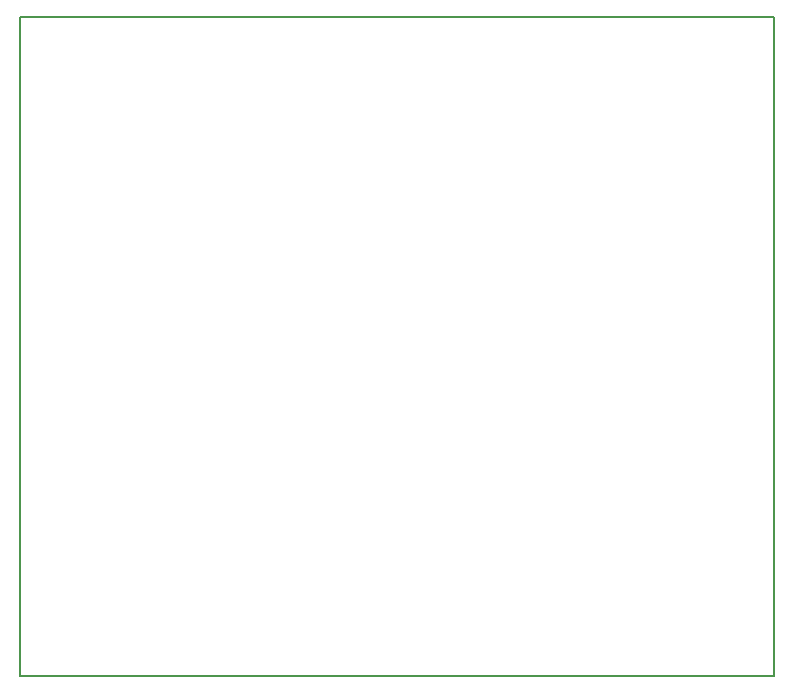
<source format=gm1>
G04 MADE WITH FRITZING*
G04 WWW.FRITZING.ORG*
G04 DOUBLE SIDED*
G04 HOLES PLATED*
G04 CONTOUR ON CENTER OF CONTOUR VECTOR*
%ASAXBY*%
%FSLAX23Y23*%
%MOIN*%
%OFA0B0*%
%SFA1.0B1.0*%
%ADD10R,2.519690X2.204720*%
%ADD11C,0.008000*%
%ADD10C,0.008*%
%LNCONTOUR*%
G90*
G70*
G54D10*
G54D11*
X4Y2201D02*
X2516Y2201D01*
X2516Y4D01*
X4Y4D01*
X4Y2201D01*
D02*
G04 End of contour*
M02*
</source>
